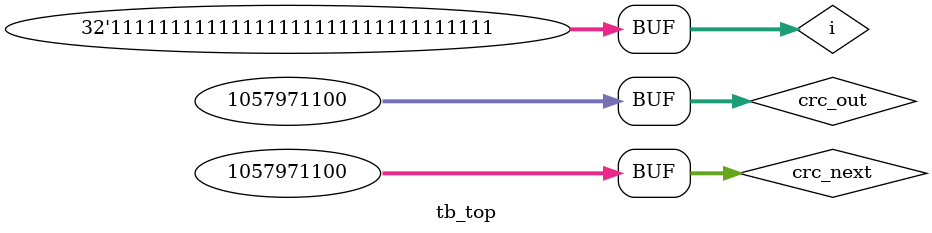
<source format=v>
`timescale 1ns / 1ps


module tb_top(

    );

    localparam [31:0] CRC_POLY = 32'h04C11DB7;
    localparam [31:0] data = 32'h54784573;

    wire    [31:0]      crc_o; 
    wire    [31:0]      crc_o_sup;   

    reg    [31:0]      crc_out; 
    reg    [31:0]      crc_next;

    integer i;

    crc32  crc32_u(
        .crc_i(32'h00000000),
        .data_i(32'h54784573),
        .crc_o(crc_o)
    );

    crc32_sup  crc32_sup_u(
        .crc_i(32'h00000000),
        .data_i(32'h54784573),
        .crc_o(crc_o_sup)
    );

    initial begin
        crc_next = 0; // 初始值为0
        for (i = 31; i >= 0; i = i - 1) begin
            crc_next = (crc_next << 1) ^ (data[i] ^ crc_next[31] ? CRC_POLY : 32'b0);
        end
        crc_out = crc_next; // 最终CRC值输出
    end

endmodule


</source>
